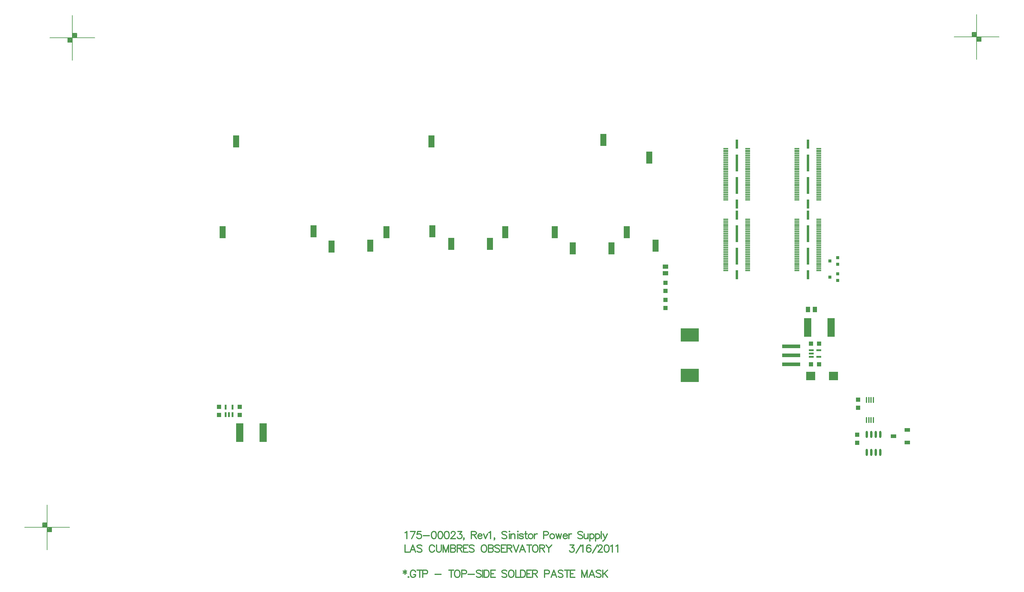
<source format=gtp>
%FSLAX23Y23*%
%MOIN*%
G70*
G01*
G75*
G04 Layer_Color=8421504*
%ADD10R,0.051X0.059*%
%ADD11R,0.102X0.094*%
%ADD12R,0.070X0.135*%
%ADD13R,0.050X0.050*%
%ADD14R,0.079X0.209*%
%ADD15R,0.050X0.050*%
%ADD16R,0.022X0.057*%
%ADD17R,0.022X0.057*%
%ADD18R,0.059X0.051*%
%ADD19R,0.200X0.040*%
%ADD20R,0.200X0.150*%
%ADD21R,0.057X0.022*%
%ADD22R,0.057X0.022*%
%ADD23R,0.036X0.036*%
%ADD24O,0.014X0.067*%
%ADD25O,0.024X0.079*%
%ADD26R,0.059X0.039*%
%ADD27R,0.057X0.012*%
%ADD28R,0.025X0.185*%
%ADD29R,0.025X0.100*%
%ADD30C,0.010*%
%ADD31C,0.050*%
%ADD32C,0.007*%
%ADD33C,0.100*%
%ADD34C,0.012*%
%ADD35C,0.008*%
%ADD36C,0.012*%
%ADD37C,0.012*%
%ADD38C,0.115*%
%ADD39C,0.080*%
%ADD40R,0.120X0.120*%
%ADD41C,0.120*%
%ADD42R,0.059X0.059*%
%ADD43C,0.059*%
%ADD44C,0.050*%
%ADD45R,0.063X0.063*%
%ADD46C,0.063*%
%ADD47C,0.098*%
%ADD48C,0.065*%
%ADD49C,0.220*%
%ADD50C,0.039*%
%ADD51C,0.024*%
%ADD52C,0.030*%
%ADD53C,0.040*%
%ADD54C,0.093*%
G04:AMPARAMS|DCode=55|XSize=98mil|YSize=98mil|CornerRadius=0mil|HoleSize=0mil|Usage=FLASHONLY|Rotation=0.000|XOffset=0mil|YOffset=0mil|HoleType=Round|Shape=Relief|Width=10mil|Gap=10mil|Entries=4|*
%AMTHD55*
7,0,0,0.098,0.078,0.010,45*
%
%ADD55THD55*%
%ADD56C,0.098*%
%ADD57C,0.055*%
G04:AMPARAMS|DCode=58|XSize=95.433mil|YSize=95.433mil|CornerRadius=0mil|HoleSize=0mil|Usage=FLASHONLY|Rotation=0.000|XOffset=0mil|YOffset=0mil|HoleType=Round|Shape=Relief|Width=10mil|Gap=10mil|Entries=4|*
%AMTHD58*
7,0,0,0.095,0.075,0.010,45*
%
%ADD58THD58*%
%ADD59C,0.130*%
%ADD60C,0.059*%
%ADD61C,0.079*%
%ADD62C,0.072*%
%ADD63C,0.060*%
%ADD64C,0.170*%
%ADD65C,0.048*%
G04:AMPARAMS|DCode=66|XSize=87.559mil|YSize=87.559mil|CornerRadius=0mil|HoleSize=0mil|Usage=FLASHONLY|Rotation=0.000|XOffset=0mil|YOffset=0mil|HoleType=Round|Shape=Relief|Width=10mil|Gap=10mil|Entries=4|*
%AMTHD66*
7,0,0,0.088,0.068,0.010,45*
%
%ADD66THD66*%
%ADD67C,0.186*%
%ADD68C,0.060*%
%ADD69C,0.048*%
G04:AMPARAMS|DCode=70|XSize=70mil|YSize=70mil|CornerRadius=0mil|HoleSize=0mil|Usage=FLASHONLY|Rotation=0.000|XOffset=0mil|YOffset=0mil|HoleType=Round|Shape=Relief|Width=10mil|Gap=10mil|Entries=4|*
%AMTHD70*
7,0,0,0.070,0.050,0.010,45*
%
%ADD70THD70*%
G04:AMPARAMS|DCode=71|XSize=88mil|YSize=88mil|CornerRadius=0mil|HoleSize=0mil|Usage=FLASHONLY|Rotation=0.000|XOffset=0mil|YOffset=0mil|HoleType=Round|Shape=Relief|Width=10mil|Gap=10mil|Entries=4|*
%AMTHD71*
7,0,0,0.088,0.068,0.010,45*
%
%ADD71THD71*%
G04:AMPARAMS|DCode=72|XSize=75mil|YSize=75mil|CornerRadius=0mil|HoleSize=0mil|Usage=FLASHONLY|Rotation=0.000|XOffset=0mil|YOffset=0mil|HoleType=Round|Shape=Relief|Width=10mil|Gap=10mil|Entries=4|*
%AMTHD72*
7,0,0,0.075,0.055,0.010,45*
%
%ADD72THD72*%
%ADD73C,0.035*%
%ADD74C,0.005*%
%ADD75C,0.058*%
G04:AMPARAMS|DCode=76|XSize=138mil|YSize=138mil|CornerRadius=0mil|HoleSize=0mil|Usage=FLASHONLY|Rotation=0.000|XOffset=0mil|YOffset=0mil|HoleType=Round|Shape=Relief|Width=10mil|Gap=10mil|Entries=4|*
%AMTHD76*
7,0,0,0.138,0.118,0.010,45*
%
%ADD76THD76*%
G04:AMPARAMS|DCode=77|XSize=119.055mil|YSize=119.055mil|CornerRadius=0mil|HoleSize=0mil|Usage=FLASHONLY|Rotation=0.000|XOffset=0mil|YOffset=0mil|HoleType=Round|Shape=Relief|Width=10mil|Gap=10mil|Entries=4|*
%AMTHD77*
7,0,0,0.119,0.099,0.010,45*
%
%ADD77THD77*%
G04:AMPARAMS|DCode=78|XSize=112mil|YSize=112mil|CornerRadius=0mil|HoleSize=0mil|Usage=FLASHONLY|Rotation=0.000|XOffset=0mil|YOffset=0mil|HoleType=Round|Shape=Relief|Width=10mil|Gap=10mil|Entries=4|*
%AMTHD78*
7,0,0,0.112,0.092,0.010,45*
%
%ADD78THD78*%
G04:AMPARAMS|DCode=79|XSize=100mil|YSize=100mil|CornerRadius=0mil|HoleSize=0mil|Usage=FLASHONLY|Rotation=0.000|XOffset=0mil|YOffset=0mil|HoleType=Round|Shape=Relief|Width=10mil|Gap=10mil|Entries=4|*
%AMTHD79*
7,0,0,0.100,0.080,0.010,45*
%
%ADD79THD79*%
%ADD80R,0.094X0.102*%
%ADD81R,0.087X0.059*%
%ADD82R,0.209X0.079*%
%ADD83R,0.100X0.100*%
%ADD84R,0.086X0.060*%
%ADD85R,0.100X0.100*%
%ADD86C,0.010*%
%ADD87C,0.020*%
%ADD88C,0.004*%
%ADD89C,0.010*%
%ADD90C,0.024*%
%ADD91C,0.020*%
%ADD92C,0.008*%
%ADD93C,0.006*%
%ADD94C,0.007*%
%ADD95C,0.015*%
%ADD96R,0.286X0.155*%
%ADD97R,0.082X0.020*%
D10*
X24434Y17400D02*
D03*
X24509D02*
D03*
D11*
X24717Y16660D02*
D03*
X24465D02*
D03*
D12*
X17931Y18260D02*
D03*
X22741Y18110D02*
D03*
X18081Y19270D02*
D03*
X20251D02*
D03*
X22161Y19285D02*
D03*
X19751Y18260D02*
D03*
X19571Y18110D02*
D03*
X18941Y18270D02*
D03*
X19141Y18100D02*
D03*
X20901Y18130D02*
D03*
X21071Y18260D02*
D03*
X20261Y18270D02*
D03*
X20471Y18130D02*
D03*
X22251Y18080D02*
D03*
X22421Y18260D02*
D03*
X21621D02*
D03*
X21821Y18080D02*
D03*
X22671Y19090D02*
D03*
D13*
X24556Y16790D02*
D03*
X24466D02*
D03*
Y17020D02*
D03*
X24556D02*
D03*
D14*
X24432Y17200D02*
D03*
X24691D02*
D03*
X18122Y16030D02*
D03*
X18381D02*
D03*
D15*
X18121Y16315D02*
D03*
Y16225D02*
D03*
X22851Y17505D02*
D03*
Y17415D02*
D03*
X17891Y16225D02*
D03*
Y16315D02*
D03*
X22851Y17695D02*
D03*
Y17605D02*
D03*
X24991Y16395D02*
D03*
Y16305D02*
D03*
X24981Y16005D02*
D03*
Y15915D02*
D03*
D16*
X17964Y16228D02*
D03*
D17*
X18001Y16228D02*
D03*
X18039D02*
D03*
Y16312D02*
D03*
X17964D02*
D03*
D18*
X22851Y17803D02*
D03*
Y17877D02*
D03*
D19*
X24246Y16990D02*
D03*
Y16890D02*
D03*
Y16790D02*
D03*
D20*
X23121Y16665D02*
D03*
Y17115D02*
D03*
D21*
X24469Y16947D02*
D03*
D22*
X24469Y16910D02*
D03*
Y16873D02*
D03*
X24554D02*
D03*
Y16947D02*
D03*
D23*
X24764Y17903D02*
D03*
X24678Y17940D02*
D03*
X24764Y17977D02*
D03*
Y17723D02*
D03*
X24678Y17760D02*
D03*
X24764Y17797D02*
D03*
D24*
X25083Y16168D02*
D03*
X25109D02*
D03*
X25134D02*
D03*
X25160D02*
D03*
X25083Y16392D02*
D03*
X25109D02*
D03*
X25134D02*
D03*
X25160D02*
D03*
D25*
X25086Y15811D02*
D03*
X25136D02*
D03*
X25186D02*
D03*
X25236D02*
D03*
X25086Y16008D02*
D03*
X25136D02*
D03*
X25186D02*
D03*
X25236D02*
D03*
D26*
X25538Y15921D02*
D03*
X25385Y15990D02*
D03*
X25538Y16059D02*
D03*
D27*
X24555Y19191D02*
D03*
Y19171D02*
D03*
Y19152D02*
D03*
Y19132D02*
D03*
Y19112D02*
D03*
Y19093D02*
D03*
Y19073D02*
D03*
Y19053D02*
D03*
Y19033D02*
D03*
Y19014D02*
D03*
Y18994D02*
D03*
Y18974D02*
D03*
Y18955D02*
D03*
Y18935D02*
D03*
Y18915D02*
D03*
Y18896D02*
D03*
Y18876D02*
D03*
Y18856D02*
D03*
Y18837D02*
D03*
Y18817D02*
D03*
Y18797D02*
D03*
Y18778D02*
D03*
Y18758D02*
D03*
Y18738D02*
D03*
Y18719D02*
D03*
Y18699D02*
D03*
Y18679D02*
D03*
Y18659D02*
D03*
Y18640D02*
D03*
Y18620D02*
D03*
Y18404D02*
D03*
Y18384D02*
D03*
Y18364D02*
D03*
Y18344D02*
D03*
Y18325D02*
D03*
Y18305D02*
D03*
Y18285D02*
D03*
Y18266D02*
D03*
Y18246D02*
D03*
Y18226D02*
D03*
Y18207D02*
D03*
Y18187D02*
D03*
Y18167D02*
D03*
Y18148D02*
D03*
Y18128D02*
D03*
Y18108D02*
D03*
Y18089D02*
D03*
Y18069D02*
D03*
Y18049D02*
D03*
Y18030D02*
D03*
Y18010D02*
D03*
Y17990D02*
D03*
Y17970D02*
D03*
Y17951D02*
D03*
Y17931D02*
D03*
Y17911D02*
D03*
Y17892D02*
D03*
Y17872D02*
D03*
Y17852D02*
D03*
Y17833D02*
D03*
X24312Y19191D02*
D03*
Y19171D02*
D03*
Y19152D02*
D03*
Y19132D02*
D03*
Y19112D02*
D03*
Y19093D02*
D03*
Y19073D02*
D03*
Y19053D02*
D03*
Y19033D02*
D03*
Y19014D02*
D03*
Y18994D02*
D03*
Y18974D02*
D03*
Y18955D02*
D03*
Y18935D02*
D03*
Y18915D02*
D03*
Y18896D02*
D03*
Y18876D02*
D03*
Y18856D02*
D03*
Y18837D02*
D03*
Y18817D02*
D03*
Y18797D02*
D03*
Y18778D02*
D03*
Y18758D02*
D03*
Y18738D02*
D03*
Y18719D02*
D03*
Y18699D02*
D03*
Y18679D02*
D03*
Y18659D02*
D03*
Y18640D02*
D03*
Y18620D02*
D03*
Y18404D02*
D03*
Y18384D02*
D03*
Y18364D02*
D03*
Y18344D02*
D03*
Y18325D02*
D03*
Y18305D02*
D03*
Y18285D02*
D03*
Y18266D02*
D03*
Y18246D02*
D03*
Y18226D02*
D03*
Y18207D02*
D03*
Y18187D02*
D03*
Y18167D02*
D03*
Y18148D02*
D03*
Y18128D02*
D03*
Y18108D02*
D03*
Y18089D02*
D03*
Y18069D02*
D03*
Y18049D02*
D03*
Y18030D02*
D03*
Y18010D02*
D03*
Y17990D02*
D03*
Y17970D02*
D03*
Y17951D02*
D03*
Y17931D02*
D03*
Y17911D02*
D03*
Y17892D02*
D03*
Y17872D02*
D03*
Y17852D02*
D03*
Y17833D02*
D03*
X23765Y19191D02*
D03*
Y19171D02*
D03*
Y19152D02*
D03*
Y19132D02*
D03*
Y19112D02*
D03*
Y19093D02*
D03*
Y19073D02*
D03*
Y19053D02*
D03*
Y19033D02*
D03*
Y19014D02*
D03*
Y18994D02*
D03*
Y18974D02*
D03*
Y18955D02*
D03*
Y18935D02*
D03*
Y18915D02*
D03*
Y18896D02*
D03*
Y18876D02*
D03*
Y18856D02*
D03*
Y18837D02*
D03*
Y18817D02*
D03*
Y18797D02*
D03*
Y18778D02*
D03*
Y18758D02*
D03*
Y18738D02*
D03*
Y18719D02*
D03*
Y18699D02*
D03*
Y18679D02*
D03*
Y18659D02*
D03*
Y18640D02*
D03*
Y18620D02*
D03*
Y18404D02*
D03*
Y18384D02*
D03*
Y18364D02*
D03*
Y18344D02*
D03*
Y18325D02*
D03*
Y18305D02*
D03*
Y18285D02*
D03*
Y18266D02*
D03*
Y18246D02*
D03*
Y18226D02*
D03*
Y18207D02*
D03*
Y18187D02*
D03*
Y18167D02*
D03*
Y18148D02*
D03*
Y18128D02*
D03*
Y18108D02*
D03*
Y18089D02*
D03*
Y18069D02*
D03*
Y18049D02*
D03*
Y18030D02*
D03*
Y18010D02*
D03*
Y17990D02*
D03*
Y17970D02*
D03*
Y17951D02*
D03*
Y17931D02*
D03*
Y17911D02*
D03*
Y17892D02*
D03*
Y17872D02*
D03*
Y17852D02*
D03*
Y17833D02*
D03*
X23522Y19191D02*
D03*
Y19171D02*
D03*
Y19152D02*
D03*
Y19132D02*
D03*
Y19112D02*
D03*
Y19093D02*
D03*
Y19073D02*
D03*
Y19053D02*
D03*
Y19033D02*
D03*
Y19014D02*
D03*
Y18994D02*
D03*
Y18974D02*
D03*
Y18955D02*
D03*
Y18935D02*
D03*
Y18915D02*
D03*
Y18896D02*
D03*
Y18876D02*
D03*
Y18856D02*
D03*
Y18837D02*
D03*
Y18817D02*
D03*
Y18797D02*
D03*
Y18778D02*
D03*
Y18758D02*
D03*
Y18738D02*
D03*
Y18719D02*
D03*
Y18699D02*
D03*
Y18679D02*
D03*
Y18659D02*
D03*
Y18640D02*
D03*
Y18620D02*
D03*
Y18404D02*
D03*
Y18384D02*
D03*
Y18364D02*
D03*
Y18344D02*
D03*
Y18325D02*
D03*
Y18305D02*
D03*
Y18285D02*
D03*
Y18266D02*
D03*
Y18246D02*
D03*
Y18226D02*
D03*
Y18207D02*
D03*
Y18187D02*
D03*
Y18167D02*
D03*
Y18148D02*
D03*
Y18128D02*
D03*
Y18108D02*
D03*
Y18089D02*
D03*
Y18069D02*
D03*
Y18049D02*
D03*
Y18030D02*
D03*
Y18010D02*
D03*
Y17990D02*
D03*
Y17970D02*
D03*
Y17951D02*
D03*
Y17931D02*
D03*
Y17911D02*
D03*
Y17892D02*
D03*
Y17872D02*
D03*
Y17852D02*
D03*
Y17833D02*
D03*
D28*
X24434Y18781D02*
D03*
Y19031D02*
D03*
Y18243D02*
D03*
Y17993D02*
D03*
X23644Y18781D02*
D03*
Y19031D02*
D03*
Y18243D02*
D03*
Y17993D02*
D03*
D29*
X24434Y19238D02*
D03*
Y17786D02*
D03*
Y18451D02*
D03*
Y18573D02*
D03*
X23644Y19238D02*
D03*
Y17786D02*
D03*
Y18451D02*
D03*
Y18573D02*
D03*
D35*
X15952Y15000D02*
X15962D01*
X15952Y14995D02*
Y15005D01*
Y14995D02*
X15962D01*
Y15005D01*
X15952D02*
X15962D01*
X15947Y14990D02*
Y15005D01*
Y14990D02*
X15967D01*
Y15010D01*
X15947D02*
X15967D01*
X15942Y14985D02*
Y15010D01*
Y14985D02*
X15972D01*
Y15015D01*
X15942D02*
X15972D01*
X15937Y14980D02*
Y15020D01*
Y14980D02*
X15977D01*
Y15020D01*
X15937D02*
X15977D01*
X16002Y14950D02*
X16012D01*
X16002Y14945D02*
Y14955D01*
Y14945D02*
X16012D01*
Y14955D01*
X16002D02*
X16012D01*
X15997Y14940D02*
Y14955D01*
Y14940D02*
X16017D01*
Y14960D01*
X15997D02*
X16017D01*
X15992Y14935D02*
Y14960D01*
Y14935D02*
X16022D01*
Y14965D01*
X15992D02*
X16022D01*
X15987Y14930D02*
Y14970D01*
Y14930D02*
X16027D01*
Y14970D01*
X15987D02*
X16027D01*
X15982Y14925D02*
X16032D01*
Y14975D01*
X15932Y15025D02*
X15982D01*
X15932Y14975D02*
Y15025D01*
X15982Y14725D02*
Y15225D01*
X15732Y14975D02*
X16232D01*
X16237Y20394D02*
Y20404D01*
X16232Y20394D02*
X16242D01*
Y20404D01*
X16232D02*
X16242D01*
X16232Y20394D02*
Y20404D01*
Y20389D02*
X16247D01*
Y20409D01*
X16227D02*
X16247D01*
X16227Y20389D02*
Y20409D01*
Y20384D02*
X16252D01*
Y20414D01*
X16222D02*
X16252D01*
X16222Y20384D02*
Y20414D01*
X16217Y20379D02*
X16257D01*
Y20419D01*
X16217D02*
X16257D01*
X16217Y20379D02*
Y20419D01*
X16287Y20444D02*
Y20454D01*
X16282Y20444D02*
X16292D01*
Y20454D01*
X16282D02*
X16292D01*
X16282Y20444D02*
Y20454D01*
Y20439D02*
X16297D01*
Y20459D01*
X16277D02*
X16297D01*
X16277Y20439D02*
Y20459D01*
Y20434D02*
X16302D01*
Y20464D01*
X16272D02*
X16302D01*
X16272Y20434D02*
Y20464D01*
X16267Y20429D02*
X16307D01*
Y20469D01*
X16267D02*
X16307D01*
X16267Y20429D02*
Y20469D01*
X16312Y20424D02*
Y20474D01*
X16262D02*
X16312D01*
X16212Y20374D02*
Y20424D01*
Y20374D02*
X16262D01*
X16012Y20424D02*
X16512D01*
X16262Y20174D02*
Y20674D01*
X26278Y20459D02*
X26288D01*
X26278Y20454D02*
Y20464D01*
Y20454D02*
X26288D01*
Y20464D01*
X26278D02*
X26288D01*
X26273Y20449D02*
Y20464D01*
Y20449D02*
X26293D01*
Y20469D01*
X26273D02*
X26293D01*
X26268Y20444D02*
Y20469D01*
Y20444D02*
X26298D01*
Y20474D01*
X26268D02*
X26298D01*
X26263Y20439D02*
Y20479D01*
Y20439D02*
X26303D01*
Y20479D01*
X26263D02*
X26303D01*
X26328Y20409D02*
X26338D01*
X26328Y20404D02*
Y20414D01*
Y20404D02*
X26338D01*
Y20414D01*
X26328D02*
X26338D01*
X26323Y20399D02*
Y20414D01*
Y20399D02*
X26343D01*
Y20419D01*
X26323D02*
X26343D01*
X26318Y20394D02*
Y20419D01*
Y20394D02*
X26348D01*
Y20424D01*
X26318D02*
X26348D01*
X26313Y20389D02*
Y20429D01*
Y20389D02*
X26353D01*
Y20429D01*
X26313D02*
X26353D01*
X26308Y20384D02*
X26358D01*
Y20434D01*
X26258Y20484D02*
X26308D01*
X26258Y20434D02*
Y20484D01*
X26308Y20184D02*
Y20684D01*
X26058Y20434D02*
X26558D01*
D36*
X19956Y14499D02*
Y14454D01*
X19937Y14488D02*
X19975Y14465D01*
Y14488D02*
X19937Y14465D01*
X19995Y14427D02*
X19991Y14423D01*
X19995Y14419D01*
X19999Y14423D01*
X19995Y14427D01*
X20074Y14480D02*
X20070Y14488D01*
X20062Y14496D01*
X20055Y14499D01*
X20039D01*
X20032Y14496D01*
X20024Y14488D01*
X20020Y14480D01*
X20017Y14469D01*
Y14450D01*
X20020Y14439D01*
X20024Y14431D01*
X20032Y14423D01*
X20039Y14419D01*
X20055D01*
X20062Y14423D01*
X20070Y14431D01*
X20074Y14439D01*
Y14450D01*
X20055D02*
X20074D01*
X20119Y14499D02*
Y14419D01*
X20092Y14499D02*
X20145D01*
X20155Y14458D02*
X20189D01*
X20201Y14461D01*
X20204Y14465D01*
X20208Y14473D01*
Y14484D01*
X20204Y14492D01*
X20201Y14496D01*
X20189Y14499D01*
X20155D01*
Y14419D01*
X20289Y14454D02*
X20357D01*
X20471Y14499D02*
Y14419D01*
X20444Y14499D02*
X20497D01*
X20530D02*
X20522Y14496D01*
X20514Y14488D01*
X20511Y14480D01*
X20507Y14469D01*
Y14450D01*
X20511Y14439D01*
X20514Y14431D01*
X20522Y14423D01*
X20530Y14419D01*
X20545D01*
X20553Y14423D01*
X20560Y14431D01*
X20564Y14439D01*
X20568Y14450D01*
Y14469D01*
X20564Y14480D01*
X20560Y14488D01*
X20553Y14496D01*
X20545Y14499D01*
X20530D01*
X20586Y14458D02*
X20621D01*
X20632Y14461D01*
X20636Y14465D01*
X20640Y14473D01*
Y14484D01*
X20636Y14492D01*
X20632Y14496D01*
X20621Y14499D01*
X20586D01*
Y14419D01*
X20658Y14454D02*
X20726D01*
X20803Y14488D02*
X20795Y14496D01*
X20784Y14499D01*
X20769D01*
X20757Y14496D01*
X20750Y14488D01*
Y14480D01*
X20754Y14473D01*
X20757Y14469D01*
X20765Y14465D01*
X20788Y14458D01*
X20795Y14454D01*
X20799Y14450D01*
X20803Y14442D01*
Y14431D01*
X20795Y14423D01*
X20784Y14419D01*
X20769D01*
X20757Y14423D01*
X20750Y14431D01*
X20821Y14499D02*
Y14419D01*
X20838Y14499D02*
Y14419D01*
Y14499D02*
X20864D01*
X20876Y14496D01*
X20883Y14488D01*
X20887Y14480D01*
X20891Y14469D01*
Y14450D01*
X20887Y14439D01*
X20883Y14431D01*
X20876Y14423D01*
X20864Y14419D01*
X20838D01*
X20959Y14499D02*
X20909D01*
Y14419D01*
X20959D01*
X20909Y14461D02*
X20939D01*
X21088Y14488D02*
X21080Y14496D01*
X21069Y14499D01*
X21054D01*
X21042Y14496D01*
X21035Y14488D01*
Y14480D01*
X21038Y14473D01*
X21042Y14469D01*
X21050Y14465D01*
X21073Y14458D01*
X21080Y14454D01*
X21084Y14450D01*
X21088Y14442D01*
Y14431D01*
X21080Y14423D01*
X21069Y14419D01*
X21054D01*
X21042Y14423D01*
X21035Y14431D01*
X21129Y14499D02*
X21121Y14496D01*
X21114Y14488D01*
X21110Y14480D01*
X21106Y14469D01*
Y14450D01*
X21110Y14439D01*
X21114Y14431D01*
X21121Y14423D01*
X21129Y14419D01*
X21144D01*
X21152Y14423D01*
X21159Y14431D01*
X21163Y14439D01*
X21167Y14450D01*
Y14469D01*
X21163Y14480D01*
X21159Y14488D01*
X21152Y14496D01*
X21144Y14499D01*
X21129D01*
X21186D02*
Y14419D01*
X21231D01*
X21240Y14499D02*
Y14419D01*
Y14499D02*
X21267D01*
X21278Y14496D01*
X21286Y14488D01*
X21289Y14480D01*
X21293Y14469D01*
Y14450D01*
X21289Y14439D01*
X21286Y14431D01*
X21278Y14423D01*
X21267Y14419D01*
X21240D01*
X21361Y14499D02*
X21311D01*
Y14419D01*
X21361D01*
X21311Y14461D02*
X21342D01*
X21374Y14499D02*
Y14419D01*
Y14499D02*
X21408D01*
X21420Y14496D01*
X21424Y14492D01*
X21427Y14484D01*
Y14477D01*
X21424Y14469D01*
X21420Y14465D01*
X21408Y14461D01*
X21374D01*
X21401D02*
X21427Y14419D01*
X21508Y14458D02*
X21542D01*
X21554Y14461D01*
X21558Y14465D01*
X21561Y14473D01*
Y14484D01*
X21558Y14492D01*
X21554Y14496D01*
X21542Y14499D01*
X21508D01*
Y14419D01*
X21640D02*
X21610Y14499D01*
X21579Y14419D01*
X21591Y14446D02*
X21629D01*
X21712Y14488D02*
X21705Y14496D01*
X21693Y14499D01*
X21678D01*
X21667Y14496D01*
X21659Y14488D01*
Y14480D01*
X21663Y14473D01*
X21667Y14469D01*
X21674Y14465D01*
X21697Y14458D01*
X21705Y14454D01*
X21708Y14450D01*
X21712Y14442D01*
Y14431D01*
X21705Y14423D01*
X21693Y14419D01*
X21678D01*
X21667Y14423D01*
X21659Y14431D01*
X21757Y14499D02*
Y14419D01*
X21730Y14499D02*
X21783D01*
X21843D02*
X21793D01*
Y14419D01*
X21843D01*
X21793Y14461D02*
X21823D01*
X21919Y14499D02*
Y14419D01*
Y14499D02*
X21949Y14419D01*
X21980Y14499D02*
X21949Y14419D01*
X21980Y14499D02*
Y14419D01*
X22063D02*
X22033Y14499D01*
X22002Y14419D01*
X22014Y14446D02*
X22052D01*
X22135Y14488D02*
X22128Y14496D01*
X22116Y14499D01*
X22101D01*
X22090Y14496D01*
X22082Y14488D01*
Y14480D01*
X22086Y14473D01*
X22090Y14469D01*
X22097Y14465D01*
X22120Y14458D01*
X22128Y14454D01*
X22132Y14450D01*
X22135Y14442D01*
Y14431D01*
X22128Y14423D01*
X22116Y14419D01*
X22101D01*
X22090Y14423D01*
X22082Y14431D01*
X22153Y14499D02*
Y14419D01*
X22207Y14499D02*
X22153Y14446D01*
X22172Y14465D02*
X22207Y14419D01*
X19958Y14915D02*
X19966Y14919D01*
X19977Y14930D01*
Y14850D01*
X20070Y14930D02*
X20032Y14850D01*
X20017Y14930D02*
X20070D01*
X20134D02*
X20096D01*
X20092Y14896D01*
X20096Y14900D01*
X20107Y14903D01*
X20118D01*
X20130Y14900D01*
X20137Y14892D01*
X20141Y14881D01*
Y14873D01*
X20137Y14861D01*
X20130Y14854D01*
X20118Y14850D01*
X20107D01*
X20096Y14854D01*
X20092Y14858D01*
X20088Y14865D01*
X20159Y14884D02*
X20228D01*
X20274Y14930D02*
X20263Y14926D01*
X20255Y14915D01*
X20251Y14896D01*
Y14884D01*
X20255Y14865D01*
X20263Y14854D01*
X20274Y14850D01*
X20282D01*
X20293Y14854D01*
X20301Y14865D01*
X20305Y14884D01*
Y14896D01*
X20301Y14915D01*
X20293Y14926D01*
X20282Y14930D01*
X20274D01*
X20345D02*
X20334Y14926D01*
X20326Y14915D01*
X20323Y14896D01*
Y14884D01*
X20326Y14865D01*
X20334Y14854D01*
X20345Y14850D01*
X20353D01*
X20364Y14854D01*
X20372Y14865D01*
X20376Y14884D01*
Y14896D01*
X20372Y14915D01*
X20364Y14926D01*
X20353Y14930D01*
X20345D01*
X20417D02*
X20405Y14926D01*
X20398Y14915D01*
X20394Y14896D01*
Y14884D01*
X20398Y14865D01*
X20405Y14854D01*
X20417Y14850D01*
X20424D01*
X20436Y14854D01*
X20443Y14865D01*
X20447Y14884D01*
Y14896D01*
X20443Y14915D01*
X20436Y14926D01*
X20424Y14930D01*
X20417D01*
X20469Y14911D02*
Y14915D01*
X20473Y14922D01*
X20476Y14926D01*
X20484Y14930D01*
X20499D01*
X20507Y14926D01*
X20511Y14922D01*
X20515Y14915D01*
Y14907D01*
X20511Y14900D01*
X20503Y14888D01*
X20465Y14850D01*
X20518D01*
X20544Y14930D02*
X20586D01*
X20563Y14900D01*
X20574D01*
X20582Y14896D01*
X20586Y14892D01*
X20590Y14881D01*
Y14873D01*
X20586Y14861D01*
X20578Y14854D01*
X20567Y14850D01*
X20555D01*
X20544Y14854D01*
X20540Y14858D01*
X20536Y14865D01*
X20615Y14854D02*
X20611Y14850D01*
X20607Y14854D01*
X20611Y14858D01*
X20615Y14854D01*
Y14846D01*
X20611Y14839D01*
X20607Y14835D01*
X20695Y14930D02*
Y14850D01*
Y14930D02*
X20730D01*
X20741Y14926D01*
X20745Y14922D01*
X20749Y14915D01*
Y14907D01*
X20745Y14900D01*
X20741Y14896D01*
X20730Y14892D01*
X20695D01*
X20722D02*
X20749Y14850D01*
X20767Y14881D02*
X20812D01*
Y14888D01*
X20809Y14896D01*
X20805Y14900D01*
X20797Y14903D01*
X20786D01*
X20778Y14900D01*
X20770Y14892D01*
X20767Y14881D01*
Y14873D01*
X20770Y14861D01*
X20778Y14854D01*
X20786Y14850D01*
X20797D01*
X20805Y14854D01*
X20812Y14861D01*
X20829Y14903D02*
X20852Y14850D01*
X20875Y14903D02*
X20852Y14850D01*
X20888Y14915D02*
X20896Y14919D01*
X20907Y14930D01*
Y14850D01*
X20954Y14854D02*
X20951Y14850D01*
X20947Y14854D01*
X20951Y14858D01*
X20954Y14854D01*
Y14846D01*
X20951Y14839D01*
X20947Y14835D01*
X21088Y14919D02*
X21080Y14926D01*
X21069Y14930D01*
X21054D01*
X21042Y14926D01*
X21035Y14919D01*
Y14911D01*
X21039Y14903D01*
X21042Y14900D01*
X21050Y14896D01*
X21073Y14888D01*
X21080Y14884D01*
X21084Y14881D01*
X21088Y14873D01*
Y14861D01*
X21080Y14854D01*
X21069Y14850D01*
X21054D01*
X21042Y14854D01*
X21035Y14861D01*
X21114Y14930D02*
X21117Y14926D01*
X21121Y14930D01*
X21117Y14934D01*
X21114Y14930D01*
X21117Y14903D02*
Y14850D01*
X21135Y14903D02*
Y14850D01*
Y14888D02*
X21147Y14900D01*
X21154Y14903D01*
X21166D01*
X21173Y14900D01*
X21177Y14888D01*
Y14850D01*
X21206Y14930D02*
X21210Y14926D01*
X21213Y14930D01*
X21210Y14934D01*
X21206Y14930D01*
X21210Y14903D02*
Y14850D01*
X21269Y14892D02*
X21266Y14900D01*
X21254Y14903D01*
X21243D01*
X21231Y14900D01*
X21227Y14892D01*
X21231Y14884D01*
X21239Y14881D01*
X21258Y14877D01*
X21266Y14873D01*
X21269Y14865D01*
Y14861D01*
X21266Y14854D01*
X21254Y14850D01*
X21243D01*
X21231Y14854D01*
X21227Y14861D01*
X21298Y14930D02*
Y14865D01*
X21301Y14854D01*
X21309Y14850D01*
X21317D01*
X21286Y14903D02*
X21313D01*
X21347D02*
X21339Y14900D01*
X21332Y14892D01*
X21328Y14881D01*
Y14873D01*
X21332Y14861D01*
X21339Y14854D01*
X21347Y14850D01*
X21359D01*
X21366Y14854D01*
X21374Y14861D01*
X21378Y14873D01*
Y14881D01*
X21374Y14892D01*
X21366Y14900D01*
X21359Y14903D01*
X21347D01*
X21395D02*
Y14850D01*
Y14881D02*
X21399Y14892D01*
X21407Y14900D01*
X21414Y14903D01*
X21426D01*
X21496Y14888D02*
X21530D01*
X21541Y14892D01*
X21545Y14896D01*
X21549Y14903D01*
Y14915D01*
X21545Y14922D01*
X21541Y14926D01*
X21530Y14930D01*
X21496D01*
Y14850D01*
X21586Y14903D02*
X21578Y14900D01*
X21571Y14892D01*
X21567Y14881D01*
Y14873D01*
X21571Y14861D01*
X21578Y14854D01*
X21586Y14850D01*
X21597D01*
X21605Y14854D01*
X21613Y14861D01*
X21616Y14873D01*
Y14881D01*
X21613Y14892D01*
X21605Y14900D01*
X21597Y14903D01*
X21586D01*
X21634D02*
X21649Y14850D01*
X21664Y14903D02*
X21649Y14850D01*
X21664Y14903D02*
X21680Y14850D01*
X21695Y14903D02*
X21680Y14850D01*
X21713Y14881D02*
X21759D01*
Y14888D01*
X21755Y14896D01*
X21752Y14900D01*
X21744Y14903D01*
X21733D01*
X21725Y14900D01*
X21717Y14892D01*
X21713Y14881D01*
Y14873D01*
X21717Y14861D01*
X21725Y14854D01*
X21733Y14850D01*
X21744D01*
X21752Y14854D01*
X21759Y14861D01*
X21776Y14903D02*
Y14850D01*
Y14881D02*
X21780Y14892D01*
X21788Y14900D01*
X21795Y14903D01*
X21807D01*
X21930Y14919D02*
X21923Y14926D01*
X21911Y14930D01*
X21896D01*
X21885Y14926D01*
X21877Y14919D01*
Y14911D01*
X21881Y14903D01*
X21885Y14900D01*
X21892Y14896D01*
X21915Y14888D01*
X21923Y14884D01*
X21926Y14881D01*
X21930Y14873D01*
Y14861D01*
X21923Y14854D01*
X21911Y14850D01*
X21896D01*
X21885Y14854D01*
X21877Y14861D01*
X21948Y14903D02*
Y14865D01*
X21952Y14854D01*
X21960Y14850D01*
X21971D01*
X21979Y14854D01*
X21990Y14865D01*
Y14903D02*
Y14850D01*
X22011Y14903D02*
Y14823D01*
Y14892D02*
X22019Y14900D01*
X22026Y14903D01*
X22038D01*
X22045Y14900D01*
X22053Y14892D01*
X22057Y14881D01*
Y14873D01*
X22053Y14861D01*
X22045Y14854D01*
X22038Y14850D01*
X22026D01*
X22019Y14854D01*
X22011Y14861D01*
X22074Y14903D02*
Y14823D01*
Y14892D02*
X22081Y14900D01*
X22089Y14903D01*
X22100D01*
X22108Y14900D01*
X22116Y14892D01*
X22119Y14881D01*
Y14873D01*
X22116Y14861D01*
X22108Y14854D01*
X22100Y14850D01*
X22089D01*
X22081Y14854D01*
X22074Y14861D01*
X22137Y14930D02*
Y14850D01*
X22157Y14903D02*
X22180Y14850D01*
X22203Y14903D02*
X22180Y14850D01*
X22172Y14835D01*
X22165Y14827D01*
X22157Y14823D01*
X22153D01*
D37*
X19958Y14780D02*
Y14700D01*
X20004D01*
X20073D02*
X20043Y14780D01*
X20013Y14700D01*
X20024Y14727D02*
X20062D01*
X20145Y14769D02*
X20138Y14776D01*
X20126Y14780D01*
X20111D01*
X20100Y14776D01*
X20092Y14769D01*
Y14761D01*
X20096Y14753D01*
X20100Y14750D01*
X20107Y14746D01*
X20130Y14738D01*
X20138Y14734D01*
X20142Y14731D01*
X20145Y14723D01*
Y14711D01*
X20138Y14704D01*
X20126Y14700D01*
X20111D01*
X20100Y14704D01*
X20092Y14711D01*
X20283Y14761D02*
X20280Y14769D01*
X20272Y14776D01*
X20264Y14780D01*
X20249D01*
X20241Y14776D01*
X20234Y14769D01*
X20230Y14761D01*
X20226Y14750D01*
Y14731D01*
X20230Y14719D01*
X20234Y14711D01*
X20241Y14704D01*
X20249Y14700D01*
X20264D01*
X20272Y14704D01*
X20280Y14711D01*
X20283Y14719D01*
X20306Y14780D02*
Y14723D01*
X20310Y14711D01*
X20317Y14704D01*
X20329Y14700D01*
X20336D01*
X20348Y14704D01*
X20355Y14711D01*
X20359Y14723D01*
Y14780D01*
X20381D02*
Y14700D01*
Y14780D02*
X20412Y14700D01*
X20442Y14780D02*
X20412Y14700D01*
X20442Y14780D02*
Y14700D01*
X20465Y14780D02*
Y14700D01*
Y14780D02*
X20499D01*
X20511Y14776D01*
X20515Y14772D01*
X20518Y14765D01*
Y14757D01*
X20515Y14750D01*
X20511Y14746D01*
X20499Y14742D01*
X20465D02*
X20499D01*
X20511Y14738D01*
X20515Y14734D01*
X20518Y14727D01*
Y14715D01*
X20515Y14708D01*
X20511Y14704D01*
X20499Y14700D01*
X20465D01*
X20536Y14780D02*
Y14700D01*
Y14780D02*
X20570D01*
X20582Y14776D01*
X20586Y14772D01*
X20590Y14765D01*
Y14757D01*
X20586Y14750D01*
X20582Y14746D01*
X20570Y14742D01*
X20536D01*
X20563D02*
X20590Y14700D01*
X20657Y14780D02*
X20607D01*
Y14700D01*
X20657D01*
X20607Y14742D02*
X20638D01*
X20724Y14769D02*
X20716Y14776D01*
X20705Y14780D01*
X20689D01*
X20678Y14776D01*
X20670Y14769D01*
Y14761D01*
X20674Y14753D01*
X20678Y14750D01*
X20686Y14746D01*
X20708Y14738D01*
X20716Y14734D01*
X20720Y14731D01*
X20724Y14723D01*
Y14711D01*
X20716Y14704D01*
X20705Y14700D01*
X20689D01*
X20678Y14704D01*
X20670Y14711D01*
X20827Y14780D02*
X20820Y14776D01*
X20812Y14769D01*
X20808Y14761D01*
X20804Y14750D01*
Y14731D01*
X20808Y14719D01*
X20812Y14711D01*
X20820Y14704D01*
X20827Y14700D01*
X20842D01*
X20850Y14704D01*
X20858Y14711D01*
X20861Y14719D01*
X20865Y14731D01*
Y14750D01*
X20861Y14761D01*
X20858Y14769D01*
X20850Y14776D01*
X20842Y14780D01*
X20827D01*
X20884D02*
Y14700D01*
Y14780D02*
X20918D01*
X20930Y14776D01*
X20933Y14772D01*
X20937Y14765D01*
Y14757D01*
X20933Y14750D01*
X20930Y14746D01*
X20918Y14742D01*
X20884D02*
X20918D01*
X20930Y14738D01*
X20933Y14734D01*
X20937Y14727D01*
Y14715D01*
X20933Y14708D01*
X20930Y14704D01*
X20918Y14700D01*
X20884D01*
X21008Y14769D02*
X21001Y14776D01*
X20989Y14780D01*
X20974D01*
X20963Y14776D01*
X20955Y14769D01*
Y14761D01*
X20959Y14753D01*
X20963Y14750D01*
X20970Y14746D01*
X20993Y14738D01*
X21001Y14734D01*
X21005Y14731D01*
X21008Y14723D01*
Y14711D01*
X21001Y14704D01*
X20989Y14700D01*
X20974D01*
X20963Y14704D01*
X20955Y14711D01*
X21076Y14780D02*
X21026D01*
Y14700D01*
X21076D01*
X21026Y14742D02*
X21057D01*
X21089Y14780D02*
Y14700D01*
Y14780D02*
X21124D01*
X21135Y14776D01*
X21139Y14772D01*
X21143Y14765D01*
Y14757D01*
X21139Y14750D01*
X21135Y14746D01*
X21124Y14742D01*
X21089D01*
X21116D02*
X21143Y14700D01*
X21160Y14780D02*
X21191Y14700D01*
X21221Y14780D02*
X21191Y14700D01*
X21293D02*
X21262Y14780D01*
X21232Y14700D01*
X21243Y14727D02*
X21281D01*
X21338Y14780D02*
Y14700D01*
X21311Y14780D02*
X21365D01*
X21397D02*
X21389Y14776D01*
X21382Y14769D01*
X21378Y14761D01*
X21374Y14750D01*
Y14731D01*
X21378Y14719D01*
X21382Y14711D01*
X21389Y14704D01*
X21397Y14700D01*
X21412D01*
X21420Y14704D01*
X21427Y14711D01*
X21431Y14719D01*
X21435Y14731D01*
Y14750D01*
X21431Y14761D01*
X21427Y14769D01*
X21420Y14776D01*
X21412Y14780D01*
X21397D01*
X21454D02*
Y14700D01*
Y14780D02*
X21488D01*
X21499Y14776D01*
X21503Y14772D01*
X21507Y14765D01*
Y14757D01*
X21503Y14750D01*
X21499Y14746D01*
X21488Y14742D01*
X21454D01*
X21480D02*
X21507Y14700D01*
X21525Y14780D02*
X21555Y14742D01*
Y14700D01*
X21586Y14780D02*
X21555Y14742D01*
X21792Y14780D02*
X21834D01*
X21811Y14750D01*
X21823D01*
X21830Y14746D01*
X21834Y14742D01*
X21838Y14731D01*
Y14723D01*
X21834Y14711D01*
X21827Y14704D01*
X21815Y14700D01*
X21804D01*
X21792Y14704D01*
X21789Y14708D01*
X21785Y14715D01*
X21856Y14689D02*
X21909Y14780D01*
X21915Y14765D02*
X21922Y14769D01*
X21934Y14780D01*
Y14700D01*
X22019Y14769D02*
X22015Y14776D01*
X22004Y14780D01*
X21996D01*
X21985Y14776D01*
X21977Y14765D01*
X21973Y14746D01*
Y14727D01*
X21977Y14711D01*
X21985Y14704D01*
X21996Y14700D01*
X22000D01*
X22011Y14704D01*
X22019Y14711D01*
X22023Y14723D01*
Y14727D01*
X22019Y14738D01*
X22011Y14746D01*
X22000Y14750D01*
X21996D01*
X21985Y14746D01*
X21977Y14738D01*
X21973Y14727D01*
X22040Y14689D02*
X22094Y14780D01*
X22103Y14761D02*
Y14765D01*
X22107Y14772D01*
X22110Y14776D01*
X22118Y14780D01*
X22133D01*
X22141Y14776D01*
X22145Y14772D01*
X22148Y14765D01*
Y14757D01*
X22145Y14750D01*
X22137Y14738D01*
X22099Y14700D01*
X22152D01*
X22193Y14780D02*
X22182Y14776D01*
X22174Y14765D01*
X22170Y14746D01*
Y14734D01*
X22174Y14715D01*
X22182Y14704D01*
X22193Y14700D01*
X22201D01*
X22212Y14704D01*
X22220Y14715D01*
X22223Y14734D01*
Y14746D01*
X22220Y14765D01*
X22212Y14776D01*
X22201Y14780D01*
X22193D01*
X22241Y14765D02*
X22249Y14769D01*
X22260Y14780D01*
Y14700D01*
X22300Y14765D02*
X22308Y14769D01*
X22319Y14780D01*
Y14700D01*
M02*

</source>
